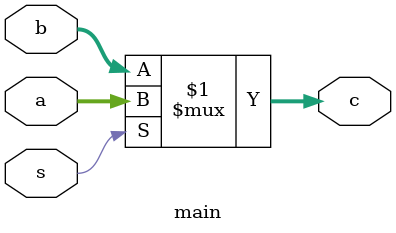
<source format=v>
module main (
  input wire [2:0] a,
  input wire [2:0] b,
  input wire s,
  output wire [2:0] c
);
  assign c = s ? a : b;

endmodule


</source>
